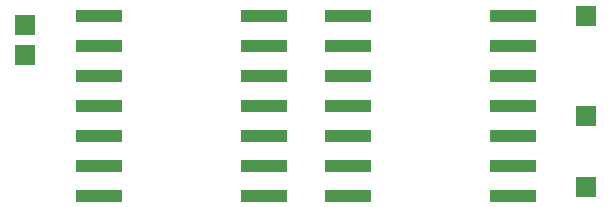
<source format=gts>
%TF.GenerationSoftware,KiCad,Pcbnew,5.1.6*%
%TF.CreationDate,2020-09-24T12:30:59+09:00*%
%TF.ProjectId,circuit-2,63697263-7569-4742-9d32-2e6b69636164,rev?*%
%TF.SameCoordinates,Original*%
%TF.FileFunction,Soldermask,Top*%
%TF.FilePolarity,Negative*%
%FSLAX46Y46*%
G04 Gerber Fmt 4.6, Leading zero omitted, Abs format (unit mm)*
G04 Created by KiCad (PCBNEW 5.1.6) date 2020-09-24 12:30:59*
%MOMM*%
%LPD*%
G01*
G04 APERTURE LIST*
%ADD10R,1.800000X1.800000*%
%ADD11R,3.910000X1.100000*%
G04 APERTURE END LIST*
D10*
%TO.C,Q0*%
X97536000Y-57023000D03*
%TD*%
%TO.C,Q1*%
X97536000Y-62992000D03*
%TD*%
D11*
%TO.C,74LS73*%
X77343000Y-48564800D03*
X77343000Y-51054000D03*
X77343000Y-53594000D03*
X77343000Y-56134000D03*
X77343000Y-58674000D03*
X77343000Y-61214000D03*
X77343000Y-63754000D03*
X91313000Y-48564800D03*
X91313000Y-51054000D03*
X91313000Y-63754000D03*
X91313000Y-58674000D03*
X91313000Y-61214000D03*
X91313000Y-56134000D03*
X91313000Y-53594000D03*
%TD*%
%TO.C,74LS00*%
X70231000Y-53594000D03*
X70231000Y-56134000D03*
X70231000Y-61214000D03*
X70231000Y-58674000D03*
X70231000Y-63754000D03*
X70231000Y-51054000D03*
X70231000Y-48564800D03*
X56261000Y-63754000D03*
X56261000Y-61214000D03*
X56261000Y-58674000D03*
X56261000Y-56134000D03*
X56261000Y-53594000D03*
X56261000Y-51054000D03*
X56261000Y-48564800D03*
%TD*%
D10*
%TO.C,Vcc*%
X50038000Y-49276000D03*
%TD*%
%TO.C,Clock*%
X97536000Y-48514000D03*
%TD*%
%TO.C,GND*%
X50038000Y-51816000D03*
%TD*%
M02*

</source>
